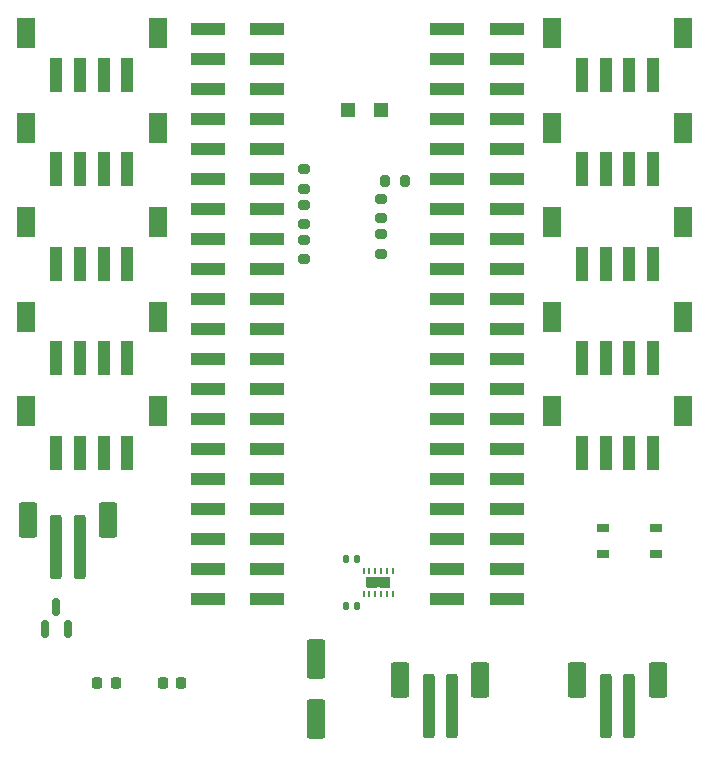
<source format=gtp>
%TF.GenerationSoftware,KiCad,Pcbnew,9.0.3*%
%TF.CreationDate,2025-07-11T07:37:11+02:00*%
%TF.ProjectId,fredo,66726564-6f2e-46b6-9963-61645f706362,rev?*%
%TF.SameCoordinates,Original*%
%TF.FileFunction,Paste,Top*%
%TF.FilePolarity,Positive*%
%FSLAX46Y46*%
G04 Gerber Fmt 4.6, Leading zero omitted, Abs format (unit mm)*
G04 Created by KiCad (PCBNEW 9.0.3) date 2025-07-11 07:37:11*
%MOMM*%
%LPD*%
G01*
G04 APERTURE LIST*
G04 Aperture macros list*
%AMRoundRect*
0 Rectangle with rounded corners*
0 $1 Rounding radius*
0 $2 $3 $4 $5 $6 $7 $8 $9 X,Y pos of 4 corners*
0 Add a 4 corners polygon primitive as box body*
4,1,4,$2,$3,$4,$5,$6,$7,$8,$9,$2,$3,0*
0 Add four circle primitives for the rounded corners*
1,1,$1+$1,$2,$3*
1,1,$1+$1,$4,$5*
1,1,$1+$1,$6,$7*
1,1,$1+$1,$8,$9*
0 Add four rect primitives between the rounded corners*
20,1,$1+$1,$2,$3,$4,$5,0*
20,1,$1+$1,$4,$5,$6,$7,0*
20,1,$1+$1,$6,$7,$8,$9,0*
20,1,$1+$1,$8,$9,$2,$3,0*%
G04 Aperture macros list end*
%ADD10C,0.000000*%
%ADD11R,3.000000X1.000000*%
%ADD12RoundRect,0.150000X0.150000X-0.587500X0.150000X0.587500X-0.150000X0.587500X-0.150000X-0.587500X0*%
%ADD13RoundRect,0.200000X-0.275000X0.200000X-0.275000X-0.200000X0.275000X-0.200000X0.275000X0.200000X0*%
%ADD14RoundRect,0.218750X-0.218750X-0.256250X0.218750X-0.256250X0.218750X0.256250X-0.218750X0.256250X0*%
%ADD15RoundRect,0.200000X0.200000X0.275000X-0.200000X0.275000X-0.200000X-0.275000X0.200000X-0.275000X0*%
%ADD16R,1.200000X1.200000*%
%ADD17R,1.000000X3.000000*%
%ADD18R,1.550000X2.600000*%
%ADD19R,0.990600X0.711200*%
%ADD20R,0.249999X0.499999*%
%ADD21R,2.000001X0.900001*%
%ADD22RoundRect,0.250000X-0.250000X-2.500000X0.250000X-2.500000X0.250000X2.500000X-0.250000X2.500000X0*%
%ADD23RoundRect,0.250000X-0.550000X-1.250000X0.550000X-1.250000X0.550000X1.250000X-0.550000X1.250000X0*%
%ADD24RoundRect,0.140000X-0.140000X-0.170000X0.140000X-0.170000X0.140000X0.170000X-0.140000X0.170000X0*%
%ADD25RoundRect,0.250000X-0.550000X1.412500X-0.550000X-1.412500X0.550000X-1.412500X0.550000X1.412500X0*%
G04 APERTURE END LIST*
D10*
%TO.C,U1*%
G36*
X32610158Y-50550953D02*
G01*
X32619444Y-50553770D01*
X32628001Y-50558345D01*
X32635504Y-50564499D01*
X32641659Y-50572002D01*
X32646233Y-50580560D01*
X32649050Y-50589846D01*
X32650003Y-50599503D01*
X32650003Y-51400502D01*
X32649050Y-51410159D01*
X32646233Y-51419445D01*
X32641659Y-51428003D01*
X32635504Y-51435506D01*
X32628001Y-51441660D01*
X32619444Y-51446235D01*
X32610158Y-51449052D01*
X32600501Y-51450004D01*
X31799502Y-51450004D01*
X31789844Y-51449052D01*
X31780558Y-51446235D01*
X31772001Y-51441660D01*
X31764498Y-51435506D01*
X31758343Y-51428003D01*
X31753769Y-51419445D01*
X31750952Y-51410159D01*
X31750002Y-51400502D01*
X31750002Y-50599503D01*
X31750952Y-50589846D01*
X31753769Y-50580560D01*
X31758343Y-50572002D01*
X31764498Y-50564499D01*
X31772001Y-50558345D01*
X31780558Y-50553770D01*
X31789844Y-50550953D01*
X31799502Y-50550003D01*
X32600501Y-50550003D01*
X32610158Y-50550953D01*
G37*
G36*
X33710156Y-50550953D02*
G01*
X33719442Y-50553770D01*
X33727999Y-50558345D01*
X33735502Y-50564499D01*
X33741657Y-50572002D01*
X33746231Y-50580560D01*
X33749048Y-50589846D01*
X33749998Y-50599503D01*
X33749998Y-51400502D01*
X33749048Y-51410159D01*
X33746231Y-51419445D01*
X33741657Y-51428003D01*
X33735502Y-51435506D01*
X33727999Y-51441660D01*
X33719442Y-51446235D01*
X33710156Y-51449052D01*
X33700498Y-51450004D01*
X32899499Y-51450004D01*
X32889842Y-51449052D01*
X32880556Y-51446235D01*
X32871999Y-51441660D01*
X32864496Y-51435506D01*
X32858341Y-51428003D01*
X32853767Y-51419445D01*
X32850950Y-51410159D01*
X32849997Y-51400502D01*
X32849997Y-50599503D01*
X32850950Y-50589846D01*
X32853767Y-50580560D01*
X32858341Y-50572002D01*
X32864496Y-50564499D01*
X32871999Y-50558345D01*
X32880556Y-50553770D01*
X32889842Y-50550953D01*
X32899499Y-50550003D01*
X33700498Y-50550003D01*
X33710156Y-50550953D01*
G37*
%TD*%
D11*
%TO.C,J1*%
X23340000Y-4100000D03*
X18300000Y-4100000D03*
X23340000Y-6640000D03*
X18300000Y-6640000D03*
X23340000Y-9180000D03*
X18300000Y-9180000D03*
X23340000Y-11720000D03*
X18300000Y-11720000D03*
X23340000Y-14260000D03*
X18300000Y-14260000D03*
X23340000Y-16800000D03*
X18300000Y-16800000D03*
X23340000Y-19340000D03*
X18300000Y-19340000D03*
X23340000Y-21880000D03*
X18300000Y-21880000D03*
X23340000Y-24420000D03*
X18300000Y-24420000D03*
X23340000Y-26960000D03*
X18300000Y-26960000D03*
X23340000Y-29500000D03*
X18300000Y-29500000D03*
X23340000Y-32040000D03*
X18300000Y-32040000D03*
X23340000Y-34580000D03*
X18300000Y-34580000D03*
X23340000Y-37120000D03*
X18300000Y-37120000D03*
X23340000Y-39660000D03*
X18300000Y-39660000D03*
X23340000Y-42200000D03*
X18300000Y-42200000D03*
X23340000Y-44740000D03*
X18300000Y-44740000D03*
X23340000Y-47280000D03*
X18300000Y-47280000D03*
X23340000Y-49820000D03*
X18300000Y-49820000D03*
X23340000Y-52360000D03*
X18300000Y-52360000D03*
%TD*%
%TO.C,J2*%
X43620000Y-4100000D03*
X38580000Y-4100000D03*
X43620000Y-6640000D03*
X38580000Y-6640000D03*
X43620000Y-9180000D03*
X38580000Y-9180000D03*
X43620000Y-11720000D03*
X38580000Y-11720000D03*
X43620000Y-14260000D03*
X38580000Y-14260000D03*
X43620000Y-16800000D03*
X38580000Y-16800000D03*
X43620000Y-19340000D03*
X38580000Y-19340000D03*
X43620000Y-21880000D03*
X38580000Y-21880000D03*
X43620000Y-24420000D03*
X38580000Y-24420000D03*
X43620000Y-26960000D03*
X38580000Y-26960000D03*
X43620000Y-29500000D03*
X38580000Y-29500000D03*
X43620000Y-32040000D03*
X38580000Y-32040000D03*
X43620000Y-34580000D03*
X38580000Y-34580000D03*
X43620000Y-37120000D03*
X38580000Y-37120000D03*
X43620000Y-39660000D03*
X38580000Y-39660000D03*
X43620000Y-42200000D03*
X38580000Y-42200000D03*
X43620000Y-44740000D03*
X38580000Y-44740000D03*
X43620000Y-47280000D03*
X38580000Y-47280000D03*
X43620000Y-49820000D03*
X38580000Y-49820000D03*
X43620000Y-52360000D03*
X38580000Y-52360000D03*
%TD*%
D12*
%TO.C,Q1*%
X4550000Y-54937500D03*
X6450000Y-54937500D03*
X5500000Y-53062500D03*
%TD*%
D13*
%TO.C,R5*%
X33000000Y-20150000D03*
X33000000Y-18500000D03*
%TD*%
D14*
%TO.C,D2*%
X10500000Y-59500000D03*
X8925000Y-59500000D03*
%TD*%
D13*
%TO.C,R1*%
X26500000Y-17650000D03*
X26500000Y-16000000D03*
%TD*%
%TO.C,R2*%
X26500000Y-20650000D03*
X26500000Y-19000000D03*
%TD*%
D15*
%TO.C,R4*%
X33350000Y-17000000D03*
X35000000Y-17000000D03*
%TD*%
D13*
%TO.C,R3*%
X26500000Y-23650000D03*
X26500000Y-22000000D03*
%TD*%
D14*
%TO.C,D3*%
X16075000Y-59500000D03*
X14500000Y-59500000D03*
%TD*%
D13*
%TO.C,R6*%
X33000000Y-23150000D03*
X33000000Y-21500000D03*
%TD*%
D16*
%TO.C,D1*%
X33000000Y-11000000D03*
X30200000Y-11000000D03*
%TD*%
D17*
%TO.C,A1*%
X50000000Y-32000000D03*
X52000000Y-32000000D03*
X54000000Y-32000000D03*
X56000000Y-32000000D03*
D18*
X47425000Y-28510840D03*
X58575000Y-28510840D03*
%TD*%
D19*
%TO.C,SW1*%
X51749999Y-46425001D03*
X56250001Y-46425001D03*
X51749999Y-48574999D03*
X56250001Y-48574999D03*
%TD*%
D20*
%TO.C,U1*%
X31500000Y-51950001D03*
X32000002Y-51950001D03*
X32500000Y-51950001D03*
X33000000Y-51950001D03*
X33500001Y-51950001D03*
X34000000Y-51950001D03*
X34000000Y-50050002D03*
X33500001Y-50050002D03*
X33000000Y-50050002D03*
X32500000Y-50050002D03*
X32000002Y-50050002D03*
X31500000Y-50050002D03*
D21*
X32750000Y-51000000D03*
%TD*%
D22*
%TO.C,MotL1*%
X37000000Y-61500000D03*
X39000000Y-61500000D03*
D23*
X34600000Y-59250000D03*
X41400000Y-59250000D03*
%TD*%
D17*
%TO.C,D20*%
X5500000Y-40000000D03*
X7500000Y-40000000D03*
X9500000Y-40000000D03*
X11500000Y-40000000D03*
D18*
X2925000Y-36510840D03*
X14075000Y-36510840D03*
%TD*%
D17*
%TO.C,I2C1*%
X50000000Y-16000000D03*
X52000000Y-16000000D03*
X54000000Y-16000000D03*
X56000000Y-16000000D03*
D18*
X47425000Y-12510840D03*
X58575000Y-12510840D03*
%TD*%
D17*
%TO.C,A2*%
X50000000Y-40000000D03*
X52000000Y-40000000D03*
X54000000Y-40000000D03*
X56000000Y-40000000D03*
D18*
X47425000Y-36510840D03*
X58575000Y-36510840D03*
%TD*%
D22*
%TO.C,BAT0*%
X5500000Y-48000000D03*
X7500000Y-48000000D03*
D23*
X3100000Y-45750000D03*
X9900000Y-45750000D03*
%TD*%
D17*
%TO.C,UART1*%
X5500000Y-16000000D03*
X7500000Y-16000000D03*
X9500000Y-16000000D03*
X11500000Y-16000000D03*
D18*
X2925000Y-12510840D03*
X14075000Y-12510840D03*
%TD*%
D17*
%TO.C,I2C0*%
X50000000Y-8000000D03*
X52000000Y-8000000D03*
X54000000Y-8000000D03*
X56000000Y-8000000D03*
D18*
X47425000Y-4510840D03*
X58575000Y-4510840D03*
%TD*%
D22*
%TO.C,MotR1*%
X52000000Y-61500000D03*
X54000000Y-61500000D03*
D23*
X49600000Y-59250000D03*
X56400000Y-59250000D03*
%TD*%
D24*
%TO.C,C2*%
X30020000Y-49000000D03*
X30980000Y-49000000D03*
%TD*%
D17*
%TO.C,A0*%
X50000000Y-24000000D03*
X52000000Y-24000000D03*
X54000000Y-24000000D03*
X56000000Y-24000000D03*
D18*
X47425000Y-20510840D03*
X58575000Y-20510840D03*
%TD*%
D17*
%TO.C,D18*%
X5500000Y-32000000D03*
X7500000Y-32000000D03*
X9500000Y-32000000D03*
X11500000Y-32000000D03*
D18*
X2925000Y-28510840D03*
X14075000Y-28510840D03*
%TD*%
D25*
%TO.C,C3*%
X27500000Y-57462500D03*
X27500000Y-62537500D03*
%TD*%
D17*
%TO.C,UART0*%
X5500000Y-8000000D03*
X7500000Y-8000000D03*
X9500000Y-8000000D03*
X11500000Y-8000000D03*
D18*
X2925000Y-4510840D03*
X14075000Y-4510840D03*
%TD*%
D24*
%TO.C,C1*%
X30020000Y-53000000D03*
X30980000Y-53000000D03*
%TD*%
D17*
%TO.C,D16*%
X5500000Y-24000000D03*
X7500000Y-24000000D03*
X9500000Y-24000000D03*
X11500000Y-24000000D03*
D18*
X2925000Y-20510840D03*
X14075000Y-20510840D03*
%TD*%
M02*

</source>
